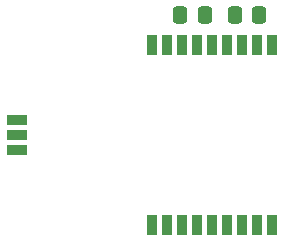
<source format=gbr>
%TF.GenerationSoftware,KiCad,Pcbnew,7.0.1*%
%TF.CreationDate,2023-04-28T09:36:00+02:00*%
%TF.ProjectId,RC_STLP2_ANT,52435f53-544c-4503-925f-414e542e6b69,rev?*%
%TF.SameCoordinates,Original*%
%TF.FileFunction,Paste,Top*%
%TF.FilePolarity,Positive*%
%FSLAX46Y46*%
G04 Gerber Fmt 4.6, Leading zero omitted, Abs format (unit mm)*
G04 Created by KiCad (PCBNEW 7.0.1) date 2023-04-28 09:36:00*
%MOMM*%
%LPD*%
G01*
G04 APERTURE LIST*
G04 Aperture macros list*
%AMRoundRect*
0 Rectangle with rounded corners*
0 $1 Rounding radius*
0 $2 $3 $4 $5 $6 $7 $8 $9 X,Y pos of 4 corners*
0 Add a 4 corners polygon primitive as box body*
4,1,4,$2,$3,$4,$5,$6,$7,$8,$9,$2,$3,0*
0 Add four circle primitives for the rounded corners*
1,1,$1+$1,$2,$3*
1,1,$1+$1,$4,$5*
1,1,$1+$1,$6,$7*
1,1,$1+$1,$8,$9*
0 Add four rect primitives between the rounded corners*
20,1,$1+$1,$2,$3,$4,$5,0*
20,1,$1+$1,$4,$5,$6,$7,0*
20,1,$1+$1,$6,$7,$8,$9,0*
20,1,$1+$1,$8,$9,$2,$3,0*%
G04 Aperture macros list end*
%ADD10R,0.900000X1.800000*%
%ADD11R,1.800000X0.900000*%
%ADD12RoundRect,0.250000X0.337500X0.475000X-0.337500X0.475000X-0.337500X-0.475000X0.337500X-0.475000X0*%
%ADD13RoundRect,0.250000X-0.337500X-0.475000X0.337500X-0.475000X0.337500X0.475000X-0.337500X0.475000X0*%
G04 APERTURE END LIST*
D10*
%TO.C,U1*%
X135890000Y-57160000D03*
X137160000Y-57160000D03*
X138430000Y-57160000D03*
X139700000Y-57160000D03*
X140970000Y-57160000D03*
X142240000Y-57160000D03*
X143510000Y-57160000D03*
X144780000Y-57160000D03*
X146050000Y-57160000D03*
X146050000Y-41910000D03*
X144780000Y-41910000D03*
X143510000Y-41910000D03*
X142240000Y-41910000D03*
X140970000Y-41910000D03*
X139700000Y-41910000D03*
X138430000Y-41910000D03*
X137160000Y-41910000D03*
X135890000Y-41910000D03*
D11*
X124460000Y-48260000D03*
X124460000Y-49530000D03*
X124460000Y-50800000D03*
%TD*%
D12*
%TO.C,C1*%
X140335000Y-39370000D03*
X138260000Y-39370000D03*
%TD*%
D13*
%TO.C,C2*%
X142875000Y-39370000D03*
X144950000Y-39370000D03*
%TD*%
M02*

</source>
